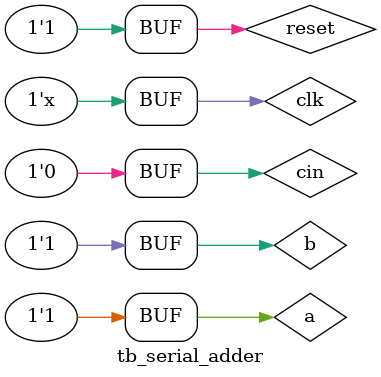
<source format=v>
`timescale 1ns / 1ps



module tb_serial_adder();
reg clk,reset,a,b,cin;
wire s,cout;
serial_adder sa( clk,reset,a,b,cin, s,cout);
always #5 clk=~clk;
initial begin
clk=1;
reset=0;
a=0;b=0;cin=0;
reset=1;
#20
reset=0;
a=1;b=1;cin=1; #10;
a=1;b=0;cin=0; #10;
a=1;b=1;cin=0; #10;
a=1;b=1;cin=0; #10;
reset=1;
#20; 
reset=0;
a=1;b=1;cin=1; #10;
a=1;b=0;cin=0; #10;
a=0;b=0;cin=0; #10;
a=1;b=0;cin=0; #10;
a=1;b=1;cin=0; #10;
reset=1;
#10;
end
endmodule

</source>
